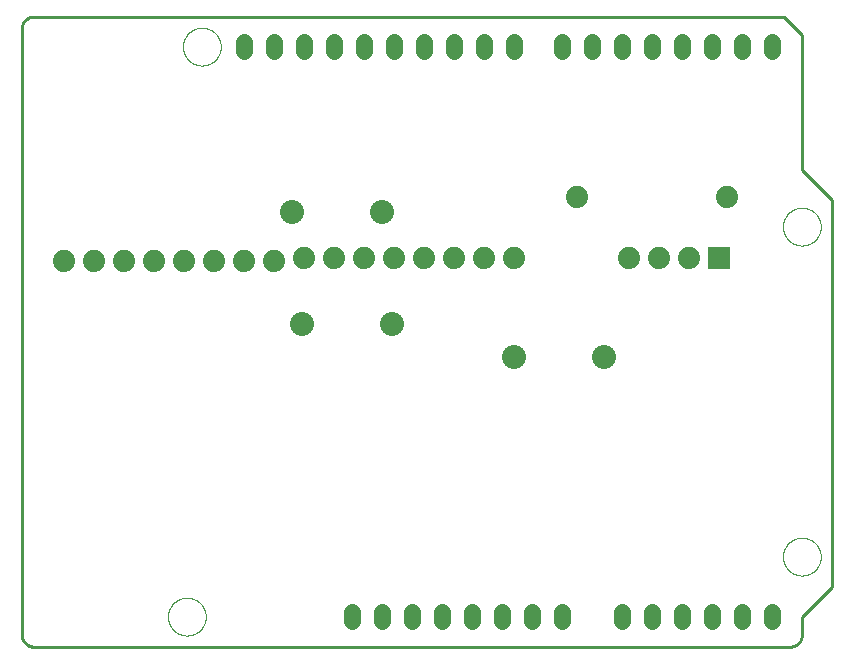
<source format=gtl>
G75*
%MOIN*%
%OFA0B0*%
%FSLAX25Y25*%
%IPPOS*%
%LPD*%
%AMOC8*
5,1,8,0,0,1.08239X$1,22.5*
%
%ADD10C,0.01000*%
%ADD11C,0.00000*%
%ADD12C,0.05600*%
%ADD13R,0.07400X0.07400*%
%ADD14C,0.07400*%
%ADD15C,0.08000*%
D10*
X0050379Y0009437D02*
X0050379Y0211563D01*
X0050381Y0211687D01*
X0050387Y0211810D01*
X0050396Y0211934D01*
X0050410Y0212056D01*
X0050427Y0212179D01*
X0050449Y0212301D01*
X0050474Y0212422D01*
X0050503Y0212542D01*
X0050535Y0212661D01*
X0050572Y0212780D01*
X0050612Y0212897D01*
X0050655Y0213012D01*
X0050703Y0213127D01*
X0050754Y0213239D01*
X0050808Y0213350D01*
X0050866Y0213460D01*
X0050927Y0213567D01*
X0050992Y0213673D01*
X0051060Y0213776D01*
X0051131Y0213877D01*
X0051205Y0213976D01*
X0051282Y0214073D01*
X0051363Y0214167D01*
X0051446Y0214258D01*
X0051532Y0214347D01*
X0051621Y0214433D01*
X0051712Y0214516D01*
X0051806Y0214597D01*
X0051903Y0214674D01*
X0052002Y0214748D01*
X0052103Y0214819D01*
X0052206Y0214887D01*
X0052312Y0214952D01*
X0052419Y0215013D01*
X0052529Y0215071D01*
X0052640Y0215125D01*
X0052752Y0215176D01*
X0052867Y0215224D01*
X0052982Y0215267D01*
X0053099Y0215307D01*
X0053218Y0215344D01*
X0053337Y0215376D01*
X0053457Y0215405D01*
X0053578Y0215430D01*
X0053700Y0215452D01*
X0053823Y0215469D01*
X0053945Y0215483D01*
X0054069Y0215492D01*
X0054192Y0215498D01*
X0054316Y0215500D01*
X0304379Y0215500D01*
X0310379Y0209500D01*
X0310379Y0164500D01*
X0320379Y0154500D01*
X0320379Y0025500D01*
X0310379Y0015500D01*
X0310379Y0009437D01*
X0310377Y0009313D01*
X0310371Y0009190D01*
X0310362Y0009066D01*
X0310348Y0008944D01*
X0310331Y0008821D01*
X0310309Y0008699D01*
X0310284Y0008578D01*
X0310255Y0008458D01*
X0310223Y0008339D01*
X0310186Y0008220D01*
X0310146Y0008103D01*
X0310103Y0007988D01*
X0310055Y0007873D01*
X0310004Y0007761D01*
X0309950Y0007650D01*
X0309892Y0007540D01*
X0309831Y0007433D01*
X0309766Y0007327D01*
X0309698Y0007224D01*
X0309627Y0007123D01*
X0309553Y0007024D01*
X0309476Y0006927D01*
X0309395Y0006833D01*
X0309312Y0006742D01*
X0309226Y0006653D01*
X0309137Y0006567D01*
X0309046Y0006484D01*
X0308952Y0006403D01*
X0308855Y0006326D01*
X0308756Y0006252D01*
X0308655Y0006181D01*
X0308552Y0006113D01*
X0308446Y0006048D01*
X0308339Y0005987D01*
X0308229Y0005929D01*
X0308118Y0005875D01*
X0308006Y0005824D01*
X0307891Y0005776D01*
X0307776Y0005733D01*
X0307659Y0005693D01*
X0307540Y0005656D01*
X0307421Y0005624D01*
X0307301Y0005595D01*
X0307180Y0005570D01*
X0307058Y0005548D01*
X0306935Y0005531D01*
X0306813Y0005517D01*
X0306689Y0005508D01*
X0306566Y0005502D01*
X0306442Y0005500D01*
X0054316Y0005500D01*
X0054192Y0005502D01*
X0054069Y0005508D01*
X0053945Y0005517D01*
X0053823Y0005531D01*
X0053700Y0005548D01*
X0053578Y0005570D01*
X0053457Y0005595D01*
X0053337Y0005624D01*
X0053218Y0005656D01*
X0053099Y0005693D01*
X0052982Y0005733D01*
X0052867Y0005776D01*
X0052752Y0005824D01*
X0052640Y0005875D01*
X0052529Y0005929D01*
X0052419Y0005987D01*
X0052312Y0006048D01*
X0052206Y0006113D01*
X0052103Y0006181D01*
X0052002Y0006252D01*
X0051903Y0006326D01*
X0051806Y0006403D01*
X0051712Y0006484D01*
X0051621Y0006567D01*
X0051532Y0006653D01*
X0051446Y0006742D01*
X0051363Y0006833D01*
X0051282Y0006927D01*
X0051205Y0007024D01*
X0051131Y0007123D01*
X0051060Y0007224D01*
X0050992Y0007327D01*
X0050927Y0007433D01*
X0050866Y0007540D01*
X0050808Y0007650D01*
X0050754Y0007761D01*
X0050703Y0007873D01*
X0050655Y0007988D01*
X0050612Y0008103D01*
X0050572Y0008220D01*
X0050535Y0008339D01*
X0050503Y0008458D01*
X0050474Y0008578D01*
X0050449Y0008699D01*
X0050427Y0008821D01*
X0050410Y0008944D01*
X0050396Y0009066D01*
X0050387Y0009190D01*
X0050381Y0009313D01*
X0050379Y0009437D01*
D11*
X0099080Y0015500D02*
X0099082Y0015658D01*
X0099088Y0015816D01*
X0099098Y0015974D01*
X0099112Y0016132D01*
X0099130Y0016289D01*
X0099151Y0016446D01*
X0099177Y0016602D01*
X0099207Y0016758D01*
X0099240Y0016913D01*
X0099278Y0017066D01*
X0099319Y0017219D01*
X0099364Y0017371D01*
X0099413Y0017522D01*
X0099466Y0017671D01*
X0099522Y0017819D01*
X0099582Y0017965D01*
X0099646Y0018110D01*
X0099714Y0018253D01*
X0099785Y0018395D01*
X0099859Y0018535D01*
X0099937Y0018672D01*
X0100019Y0018808D01*
X0100103Y0018942D01*
X0100192Y0019073D01*
X0100283Y0019202D01*
X0100378Y0019329D01*
X0100475Y0019454D01*
X0100576Y0019576D01*
X0100680Y0019695D01*
X0100787Y0019812D01*
X0100897Y0019926D01*
X0101010Y0020037D01*
X0101125Y0020146D01*
X0101243Y0020251D01*
X0101364Y0020353D01*
X0101487Y0020453D01*
X0101613Y0020549D01*
X0101741Y0020642D01*
X0101871Y0020732D01*
X0102004Y0020818D01*
X0102139Y0020902D01*
X0102275Y0020981D01*
X0102414Y0021058D01*
X0102555Y0021130D01*
X0102697Y0021200D01*
X0102841Y0021265D01*
X0102987Y0021327D01*
X0103134Y0021385D01*
X0103283Y0021440D01*
X0103433Y0021491D01*
X0103584Y0021538D01*
X0103736Y0021581D01*
X0103889Y0021620D01*
X0104044Y0021656D01*
X0104199Y0021687D01*
X0104355Y0021715D01*
X0104511Y0021739D01*
X0104668Y0021759D01*
X0104826Y0021775D01*
X0104983Y0021787D01*
X0105142Y0021795D01*
X0105300Y0021799D01*
X0105458Y0021799D01*
X0105616Y0021795D01*
X0105775Y0021787D01*
X0105932Y0021775D01*
X0106090Y0021759D01*
X0106247Y0021739D01*
X0106403Y0021715D01*
X0106559Y0021687D01*
X0106714Y0021656D01*
X0106869Y0021620D01*
X0107022Y0021581D01*
X0107174Y0021538D01*
X0107325Y0021491D01*
X0107475Y0021440D01*
X0107624Y0021385D01*
X0107771Y0021327D01*
X0107917Y0021265D01*
X0108061Y0021200D01*
X0108203Y0021130D01*
X0108344Y0021058D01*
X0108483Y0020981D01*
X0108619Y0020902D01*
X0108754Y0020818D01*
X0108887Y0020732D01*
X0109017Y0020642D01*
X0109145Y0020549D01*
X0109271Y0020453D01*
X0109394Y0020353D01*
X0109515Y0020251D01*
X0109633Y0020146D01*
X0109748Y0020037D01*
X0109861Y0019926D01*
X0109971Y0019812D01*
X0110078Y0019695D01*
X0110182Y0019576D01*
X0110283Y0019454D01*
X0110380Y0019329D01*
X0110475Y0019202D01*
X0110566Y0019073D01*
X0110655Y0018942D01*
X0110739Y0018808D01*
X0110821Y0018672D01*
X0110899Y0018535D01*
X0110973Y0018395D01*
X0111044Y0018253D01*
X0111112Y0018110D01*
X0111176Y0017965D01*
X0111236Y0017819D01*
X0111292Y0017671D01*
X0111345Y0017522D01*
X0111394Y0017371D01*
X0111439Y0017219D01*
X0111480Y0017066D01*
X0111518Y0016913D01*
X0111551Y0016758D01*
X0111581Y0016602D01*
X0111607Y0016446D01*
X0111628Y0016289D01*
X0111646Y0016132D01*
X0111660Y0015974D01*
X0111670Y0015816D01*
X0111676Y0015658D01*
X0111678Y0015500D01*
X0111676Y0015342D01*
X0111670Y0015184D01*
X0111660Y0015026D01*
X0111646Y0014868D01*
X0111628Y0014711D01*
X0111607Y0014554D01*
X0111581Y0014398D01*
X0111551Y0014242D01*
X0111518Y0014087D01*
X0111480Y0013934D01*
X0111439Y0013781D01*
X0111394Y0013629D01*
X0111345Y0013478D01*
X0111292Y0013329D01*
X0111236Y0013181D01*
X0111176Y0013035D01*
X0111112Y0012890D01*
X0111044Y0012747D01*
X0110973Y0012605D01*
X0110899Y0012465D01*
X0110821Y0012328D01*
X0110739Y0012192D01*
X0110655Y0012058D01*
X0110566Y0011927D01*
X0110475Y0011798D01*
X0110380Y0011671D01*
X0110283Y0011546D01*
X0110182Y0011424D01*
X0110078Y0011305D01*
X0109971Y0011188D01*
X0109861Y0011074D01*
X0109748Y0010963D01*
X0109633Y0010854D01*
X0109515Y0010749D01*
X0109394Y0010647D01*
X0109271Y0010547D01*
X0109145Y0010451D01*
X0109017Y0010358D01*
X0108887Y0010268D01*
X0108754Y0010182D01*
X0108619Y0010098D01*
X0108483Y0010019D01*
X0108344Y0009942D01*
X0108203Y0009870D01*
X0108061Y0009800D01*
X0107917Y0009735D01*
X0107771Y0009673D01*
X0107624Y0009615D01*
X0107475Y0009560D01*
X0107325Y0009509D01*
X0107174Y0009462D01*
X0107022Y0009419D01*
X0106869Y0009380D01*
X0106714Y0009344D01*
X0106559Y0009313D01*
X0106403Y0009285D01*
X0106247Y0009261D01*
X0106090Y0009241D01*
X0105932Y0009225D01*
X0105775Y0009213D01*
X0105616Y0009205D01*
X0105458Y0009201D01*
X0105300Y0009201D01*
X0105142Y0009205D01*
X0104983Y0009213D01*
X0104826Y0009225D01*
X0104668Y0009241D01*
X0104511Y0009261D01*
X0104355Y0009285D01*
X0104199Y0009313D01*
X0104044Y0009344D01*
X0103889Y0009380D01*
X0103736Y0009419D01*
X0103584Y0009462D01*
X0103433Y0009509D01*
X0103283Y0009560D01*
X0103134Y0009615D01*
X0102987Y0009673D01*
X0102841Y0009735D01*
X0102697Y0009800D01*
X0102555Y0009870D01*
X0102414Y0009942D01*
X0102275Y0010019D01*
X0102139Y0010098D01*
X0102004Y0010182D01*
X0101871Y0010268D01*
X0101741Y0010358D01*
X0101613Y0010451D01*
X0101487Y0010547D01*
X0101364Y0010647D01*
X0101243Y0010749D01*
X0101125Y0010854D01*
X0101010Y0010963D01*
X0100897Y0011074D01*
X0100787Y0011188D01*
X0100680Y0011305D01*
X0100576Y0011424D01*
X0100475Y0011546D01*
X0100378Y0011671D01*
X0100283Y0011798D01*
X0100192Y0011927D01*
X0100103Y0012058D01*
X0100019Y0012192D01*
X0099937Y0012328D01*
X0099859Y0012465D01*
X0099785Y0012605D01*
X0099714Y0012747D01*
X0099646Y0012890D01*
X0099582Y0013035D01*
X0099522Y0013181D01*
X0099466Y0013329D01*
X0099413Y0013478D01*
X0099364Y0013629D01*
X0099319Y0013781D01*
X0099278Y0013934D01*
X0099240Y0014087D01*
X0099207Y0014242D01*
X0099177Y0014398D01*
X0099151Y0014554D01*
X0099130Y0014711D01*
X0099112Y0014868D01*
X0099098Y0015026D01*
X0099088Y0015184D01*
X0099082Y0015342D01*
X0099080Y0015500D01*
X0304080Y0035500D02*
X0304082Y0035658D01*
X0304088Y0035816D01*
X0304098Y0035974D01*
X0304112Y0036132D01*
X0304130Y0036289D01*
X0304151Y0036446D01*
X0304177Y0036602D01*
X0304207Y0036758D01*
X0304240Y0036913D01*
X0304278Y0037066D01*
X0304319Y0037219D01*
X0304364Y0037371D01*
X0304413Y0037522D01*
X0304466Y0037671D01*
X0304522Y0037819D01*
X0304582Y0037965D01*
X0304646Y0038110D01*
X0304714Y0038253D01*
X0304785Y0038395D01*
X0304859Y0038535D01*
X0304937Y0038672D01*
X0305019Y0038808D01*
X0305103Y0038942D01*
X0305192Y0039073D01*
X0305283Y0039202D01*
X0305378Y0039329D01*
X0305475Y0039454D01*
X0305576Y0039576D01*
X0305680Y0039695D01*
X0305787Y0039812D01*
X0305897Y0039926D01*
X0306010Y0040037D01*
X0306125Y0040146D01*
X0306243Y0040251D01*
X0306364Y0040353D01*
X0306487Y0040453D01*
X0306613Y0040549D01*
X0306741Y0040642D01*
X0306871Y0040732D01*
X0307004Y0040818D01*
X0307139Y0040902D01*
X0307275Y0040981D01*
X0307414Y0041058D01*
X0307555Y0041130D01*
X0307697Y0041200D01*
X0307841Y0041265D01*
X0307987Y0041327D01*
X0308134Y0041385D01*
X0308283Y0041440D01*
X0308433Y0041491D01*
X0308584Y0041538D01*
X0308736Y0041581D01*
X0308889Y0041620D01*
X0309044Y0041656D01*
X0309199Y0041687D01*
X0309355Y0041715D01*
X0309511Y0041739D01*
X0309668Y0041759D01*
X0309826Y0041775D01*
X0309983Y0041787D01*
X0310142Y0041795D01*
X0310300Y0041799D01*
X0310458Y0041799D01*
X0310616Y0041795D01*
X0310775Y0041787D01*
X0310932Y0041775D01*
X0311090Y0041759D01*
X0311247Y0041739D01*
X0311403Y0041715D01*
X0311559Y0041687D01*
X0311714Y0041656D01*
X0311869Y0041620D01*
X0312022Y0041581D01*
X0312174Y0041538D01*
X0312325Y0041491D01*
X0312475Y0041440D01*
X0312624Y0041385D01*
X0312771Y0041327D01*
X0312917Y0041265D01*
X0313061Y0041200D01*
X0313203Y0041130D01*
X0313344Y0041058D01*
X0313483Y0040981D01*
X0313619Y0040902D01*
X0313754Y0040818D01*
X0313887Y0040732D01*
X0314017Y0040642D01*
X0314145Y0040549D01*
X0314271Y0040453D01*
X0314394Y0040353D01*
X0314515Y0040251D01*
X0314633Y0040146D01*
X0314748Y0040037D01*
X0314861Y0039926D01*
X0314971Y0039812D01*
X0315078Y0039695D01*
X0315182Y0039576D01*
X0315283Y0039454D01*
X0315380Y0039329D01*
X0315475Y0039202D01*
X0315566Y0039073D01*
X0315655Y0038942D01*
X0315739Y0038808D01*
X0315821Y0038672D01*
X0315899Y0038535D01*
X0315973Y0038395D01*
X0316044Y0038253D01*
X0316112Y0038110D01*
X0316176Y0037965D01*
X0316236Y0037819D01*
X0316292Y0037671D01*
X0316345Y0037522D01*
X0316394Y0037371D01*
X0316439Y0037219D01*
X0316480Y0037066D01*
X0316518Y0036913D01*
X0316551Y0036758D01*
X0316581Y0036602D01*
X0316607Y0036446D01*
X0316628Y0036289D01*
X0316646Y0036132D01*
X0316660Y0035974D01*
X0316670Y0035816D01*
X0316676Y0035658D01*
X0316678Y0035500D01*
X0316676Y0035342D01*
X0316670Y0035184D01*
X0316660Y0035026D01*
X0316646Y0034868D01*
X0316628Y0034711D01*
X0316607Y0034554D01*
X0316581Y0034398D01*
X0316551Y0034242D01*
X0316518Y0034087D01*
X0316480Y0033934D01*
X0316439Y0033781D01*
X0316394Y0033629D01*
X0316345Y0033478D01*
X0316292Y0033329D01*
X0316236Y0033181D01*
X0316176Y0033035D01*
X0316112Y0032890D01*
X0316044Y0032747D01*
X0315973Y0032605D01*
X0315899Y0032465D01*
X0315821Y0032328D01*
X0315739Y0032192D01*
X0315655Y0032058D01*
X0315566Y0031927D01*
X0315475Y0031798D01*
X0315380Y0031671D01*
X0315283Y0031546D01*
X0315182Y0031424D01*
X0315078Y0031305D01*
X0314971Y0031188D01*
X0314861Y0031074D01*
X0314748Y0030963D01*
X0314633Y0030854D01*
X0314515Y0030749D01*
X0314394Y0030647D01*
X0314271Y0030547D01*
X0314145Y0030451D01*
X0314017Y0030358D01*
X0313887Y0030268D01*
X0313754Y0030182D01*
X0313619Y0030098D01*
X0313483Y0030019D01*
X0313344Y0029942D01*
X0313203Y0029870D01*
X0313061Y0029800D01*
X0312917Y0029735D01*
X0312771Y0029673D01*
X0312624Y0029615D01*
X0312475Y0029560D01*
X0312325Y0029509D01*
X0312174Y0029462D01*
X0312022Y0029419D01*
X0311869Y0029380D01*
X0311714Y0029344D01*
X0311559Y0029313D01*
X0311403Y0029285D01*
X0311247Y0029261D01*
X0311090Y0029241D01*
X0310932Y0029225D01*
X0310775Y0029213D01*
X0310616Y0029205D01*
X0310458Y0029201D01*
X0310300Y0029201D01*
X0310142Y0029205D01*
X0309983Y0029213D01*
X0309826Y0029225D01*
X0309668Y0029241D01*
X0309511Y0029261D01*
X0309355Y0029285D01*
X0309199Y0029313D01*
X0309044Y0029344D01*
X0308889Y0029380D01*
X0308736Y0029419D01*
X0308584Y0029462D01*
X0308433Y0029509D01*
X0308283Y0029560D01*
X0308134Y0029615D01*
X0307987Y0029673D01*
X0307841Y0029735D01*
X0307697Y0029800D01*
X0307555Y0029870D01*
X0307414Y0029942D01*
X0307275Y0030019D01*
X0307139Y0030098D01*
X0307004Y0030182D01*
X0306871Y0030268D01*
X0306741Y0030358D01*
X0306613Y0030451D01*
X0306487Y0030547D01*
X0306364Y0030647D01*
X0306243Y0030749D01*
X0306125Y0030854D01*
X0306010Y0030963D01*
X0305897Y0031074D01*
X0305787Y0031188D01*
X0305680Y0031305D01*
X0305576Y0031424D01*
X0305475Y0031546D01*
X0305378Y0031671D01*
X0305283Y0031798D01*
X0305192Y0031927D01*
X0305103Y0032058D01*
X0305019Y0032192D01*
X0304937Y0032328D01*
X0304859Y0032465D01*
X0304785Y0032605D01*
X0304714Y0032747D01*
X0304646Y0032890D01*
X0304582Y0033035D01*
X0304522Y0033181D01*
X0304466Y0033329D01*
X0304413Y0033478D01*
X0304364Y0033629D01*
X0304319Y0033781D01*
X0304278Y0033934D01*
X0304240Y0034087D01*
X0304207Y0034242D01*
X0304177Y0034398D01*
X0304151Y0034554D01*
X0304130Y0034711D01*
X0304112Y0034868D01*
X0304098Y0035026D01*
X0304088Y0035184D01*
X0304082Y0035342D01*
X0304080Y0035500D01*
X0304080Y0145500D02*
X0304082Y0145658D01*
X0304088Y0145816D01*
X0304098Y0145974D01*
X0304112Y0146132D01*
X0304130Y0146289D01*
X0304151Y0146446D01*
X0304177Y0146602D01*
X0304207Y0146758D01*
X0304240Y0146913D01*
X0304278Y0147066D01*
X0304319Y0147219D01*
X0304364Y0147371D01*
X0304413Y0147522D01*
X0304466Y0147671D01*
X0304522Y0147819D01*
X0304582Y0147965D01*
X0304646Y0148110D01*
X0304714Y0148253D01*
X0304785Y0148395D01*
X0304859Y0148535D01*
X0304937Y0148672D01*
X0305019Y0148808D01*
X0305103Y0148942D01*
X0305192Y0149073D01*
X0305283Y0149202D01*
X0305378Y0149329D01*
X0305475Y0149454D01*
X0305576Y0149576D01*
X0305680Y0149695D01*
X0305787Y0149812D01*
X0305897Y0149926D01*
X0306010Y0150037D01*
X0306125Y0150146D01*
X0306243Y0150251D01*
X0306364Y0150353D01*
X0306487Y0150453D01*
X0306613Y0150549D01*
X0306741Y0150642D01*
X0306871Y0150732D01*
X0307004Y0150818D01*
X0307139Y0150902D01*
X0307275Y0150981D01*
X0307414Y0151058D01*
X0307555Y0151130D01*
X0307697Y0151200D01*
X0307841Y0151265D01*
X0307987Y0151327D01*
X0308134Y0151385D01*
X0308283Y0151440D01*
X0308433Y0151491D01*
X0308584Y0151538D01*
X0308736Y0151581D01*
X0308889Y0151620D01*
X0309044Y0151656D01*
X0309199Y0151687D01*
X0309355Y0151715D01*
X0309511Y0151739D01*
X0309668Y0151759D01*
X0309826Y0151775D01*
X0309983Y0151787D01*
X0310142Y0151795D01*
X0310300Y0151799D01*
X0310458Y0151799D01*
X0310616Y0151795D01*
X0310775Y0151787D01*
X0310932Y0151775D01*
X0311090Y0151759D01*
X0311247Y0151739D01*
X0311403Y0151715D01*
X0311559Y0151687D01*
X0311714Y0151656D01*
X0311869Y0151620D01*
X0312022Y0151581D01*
X0312174Y0151538D01*
X0312325Y0151491D01*
X0312475Y0151440D01*
X0312624Y0151385D01*
X0312771Y0151327D01*
X0312917Y0151265D01*
X0313061Y0151200D01*
X0313203Y0151130D01*
X0313344Y0151058D01*
X0313483Y0150981D01*
X0313619Y0150902D01*
X0313754Y0150818D01*
X0313887Y0150732D01*
X0314017Y0150642D01*
X0314145Y0150549D01*
X0314271Y0150453D01*
X0314394Y0150353D01*
X0314515Y0150251D01*
X0314633Y0150146D01*
X0314748Y0150037D01*
X0314861Y0149926D01*
X0314971Y0149812D01*
X0315078Y0149695D01*
X0315182Y0149576D01*
X0315283Y0149454D01*
X0315380Y0149329D01*
X0315475Y0149202D01*
X0315566Y0149073D01*
X0315655Y0148942D01*
X0315739Y0148808D01*
X0315821Y0148672D01*
X0315899Y0148535D01*
X0315973Y0148395D01*
X0316044Y0148253D01*
X0316112Y0148110D01*
X0316176Y0147965D01*
X0316236Y0147819D01*
X0316292Y0147671D01*
X0316345Y0147522D01*
X0316394Y0147371D01*
X0316439Y0147219D01*
X0316480Y0147066D01*
X0316518Y0146913D01*
X0316551Y0146758D01*
X0316581Y0146602D01*
X0316607Y0146446D01*
X0316628Y0146289D01*
X0316646Y0146132D01*
X0316660Y0145974D01*
X0316670Y0145816D01*
X0316676Y0145658D01*
X0316678Y0145500D01*
X0316676Y0145342D01*
X0316670Y0145184D01*
X0316660Y0145026D01*
X0316646Y0144868D01*
X0316628Y0144711D01*
X0316607Y0144554D01*
X0316581Y0144398D01*
X0316551Y0144242D01*
X0316518Y0144087D01*
X0316480Y0143934D01*
X0316439Y0143781D01*
X0316394Y0143629D01*
X0316345Y0143478D01*
X0316292Y0143329D01*
X0316236Y0143181D01*
X0316176Y0143035D01*
X0316112Y0142890D01*
X0316044Y0142747D01*
X0315973Y0142605D01*
X0315899Y0142465D01*
X0315821Y0142328D01*
X0315739Y0142192D01*
X0315655Y0142058D01*
X0315566Y0141927D01*
X0315475Y0141798D01*
X0315380Y0141671D01*
X0315283Y0141546D01*
X0315182Y0141424D01*
X0315078Y0141305D01*
X0314971Y0141188D01*
X0314861Y0141074D01*
X0314748Y0140963D01*
X0314633Y0140854D01*
X0314515Y0140749D01*
X0314394Y0140647D01*
X0314271Y0140547D01*
X0314145Y0140451D01*
X0314017Y0140358D01*
X0313887Y0140268D01*
X0313754Y0140182D01*
X0313619Y0140098D01*
X0313483Y0140019D01*
X0313344Y0139942D01*
X0313203Y0139870D01*
X0313061Y0139800D01*
X0312917Y0139735D01*
X0312771Y0139673D01*
X0312624Y0139615D01*
X0312475Y0139560D01*
X0312325Y0139509D01*
X0312174Y0139462D01*
X0312022Y0139419D01*
X0311869Y0139380D01*
X0311714Y0139344D01*
X0311559Y0139313D01*
X0311403Y0139285D01*
X0311247Y0139261D01*
X0311090Y0139241D01*
X0310932Y0139225D01*
X0310775Y0139213D01*
X0310616Y0139205D01*
X0310458Y0139201D01*
X0310300Y0139201D01*
X0310142Y0139205D01*
X0309983Y0139213D01*
X0309826Y0139225D01*
X0309668Y0139241D01*
X0309511Y0139261D01*
X0309355Y0139285D01*
X0309199Y0139313D01*
X0309044Y0139344D01*
X0308889Y0139380D01*
X0308736Y0139419D01*
X0308584Y0139462D01*
X0308433Y0139509D01*
X0308283Y0139560D01*
X0308134Y0139615D01*
X0307987Y0139673D01*
X0307841Y0139735D01*
X0307697Y0139800D01*
X0307555Y0139870D01*
X0307414Y0139942D01*
X0307275Y0140019D01*
X0307139Y0140098D01*
X0307004Y0140182D01*
X0306871Y0140268D01*
X0306741Y0140358D01*
X0306613Y0140451D01*
X0306487Y0140547D01*
X0306364Y0140647D01*
X0306243Y0140749D01*
X0306125Y0140854D01*
X0306010Y0140963D01*
X0305897Y0141074D01*
X0305787Y0141188D01*
X0305680Y0141305D01*
X0305576Y0141424D01*
X0305475Y0141546D01*
X0305378Y0141671D01*
X0305283Y0141798D01*
X0305192Y0141927D01*
X0305103Y0142058D01*
X0305019Y0142192D01*
X0304937Y0142328D01*
X0304859Y0142465D01*
X0304785Y0142605D01*
X0304714Y0142747D01*
X0304646Y0142890D01*
X0304582Y0143035D01*
X0304522Y0143181D01*
X0304466Y0143329D01*
X0304413Y0143478D01*
X0304364Y0143629D01*
X0304319Y0143781D01*
X0304278Y0143934D01*
X0304240Y0144087D01*
X0304207Y0144242D01*
X0304177Y0144398D01*
X0304151Y0144554D01*
X0304130Y0144711D01*
X0304112Y0144868D01*
X0304098Y0145026D01*
X0304088Y0145184D01*
X0304082Y0145342D01*
X0304080Y0145500D01*
X0104080Y0205500D02*
X0104082Y0205658D01*
X0104088Y0205816D01*
X0104098Y0205974D01*
X0104112Y0206132D01*
X0104130Y0206289D01*
X0104151Y0206446D01*
X0104177Y0206602D01*
X0104207Y0206758D01*
X0104240Y0206913D01*
X0104278Y0207066D01*
X0104319Y0207219D01*
X0104364Y0207371D01*
X0104413Y0207522D01*
X0104466Y0207671D01*
X0104522Y0207819D01*
X0104582Y0207965D01*
X0104646Y0208110D01*
X0104714Y0208253D01*
X0104785Y0208395D01*
X0104859Y0208535D01*
X0104937Y0208672D01*
X0105019Y0208808D01*
X0105103Y0208942D01*
X0105192Y0209073D01*
X0105283Y0209202D01*
X0105378Y0209329D01*
X0105475Y0209454D01*
X0105576Y0209576D01*
X0105680Y0209695D01*
X0105787Y0209812D01*
X0105897Y0209926D01*
X0106010Y0210037D01*
X0106125Y0210146D01*
X0106243Y0210251D01*
X0106364Y0210353D01*
X0106487Y0210453D01*
X0106613Y0210549D01*
X0106741Y0210642D01*
X0106871Y0210732D01*
X0107004Y0210818D01*
X0107139Y0210902D01*
X0107275Y0210981D01*
X0107414Y0211058D01*
X0107555Y0211130D01*
X0107697Y0211200D01*
X0107841Y0211265D01*
X0107987Y0211327D01*
X0108134Y0211385D01*
X0108283Y0211440D01*
X0108433Y0211491D01*
X0108584Y0211538D01*
X0108736Y0211581D01*
X0108889Y0211620D01*
X0109044Y0211656D01*
X0109199Y0211687D01*
X0109355Y0211715D01*
X0109511Y0211739D01*
X0109668Y0211759D01*
X0109826Y0211775D01*
X0109983Y0211787D01*
X0110142Y0211795D01*
X0110300Y0211799D01*
X0110458Y0211799D01*
X0110616Y0211795D01*
X0110775Y0211787D01*
X0110932Y0211775D01*
X0111090Y0211759D01*
X0111247Y0211739D01*
X0111403Y0211715D01*
X0111559Y0211687D01*
X0111714Y0211656D01*
X0111869Y0211620D01*
X0112022Y0211581D01*
X0112174Y0211538D01*
X0112325Y0211491D01*
X0112475Y0211440D01*
X0112624Y0211385D01*
X0112771Y0211327D01*
X0112917Y0211265D01*
X0113061Y0211200D01*
X0113203Y0211130D01*
X0113344Y0211058D01*
X0113483Y0210981D01*
X0113619Y0210902D01*
X0113754Y0210818D01*
X0113887Y0210732D01*
X0114017Y0210642D01*
X0114145Y0210549D01*
X0114271Y0210453D01*
X0114394Y0210353D01*
X0114515Y0210251D01*
X0114633Y0210146D01*
X0114748Y0210037D01*
X0114861Y0209926D01*
X0114971Y0209812D01*
X0115078Y0209695D01*
X0115182Y0209576D01*
X0115283Y0209454D01*
X0115380Y0209329D01*
X0115475Y0209202D01*
X0115566Y0209073D01*
X0115655Y0208942D01*
X0115739Y0208808D01*
X0115821Y0208672D01*
X0115899Y0208535D01*
X0115973Y0208395D01*
X0116044Y0208253D01*
X0116112Y0208110D01*
X0116176Y0207965D01*
X0116236Y0207819D01*
X0116292Y0207671D01*
X0116345Y0207522D01*
X0116394Y0207371D01*
X0116439Y0207219D01*
X0116480Y0207066D01*
X0116518Y0206913D01*
X0116551Y0206758D01*
X0116581Y0206602D01*
X0116607Y0206446D01*
X0116628Y0206289D01*
X0116646Y0206132D01*
X0116660Y0205974D01*
X0116670Y0205816D01*
X0116676Y0205658D01*
X0116678Y0205500D01*
X0116676Y0205342D01*
X0116670Y0205184D01*
X0116660Y0205026D01*
X0116646Y0204868D01*
X0116628Y0204711D01*
X0116607Y0204554D01*
X0116581Y0204398D01*
X0116551Y0204242D01*
X0116518Y0204087D01*
X0116480Y0203934D01*
X0116439Y0203781D01*
X0116394Y0203629D01*
X0116345Y0203478D01*
X0116292Y0203329D01*
X0116236Y0203181D01*
X0116176Y0203035D01*
X0116112Y0202890D01*
X0116044Y0202747D01*
X0115973Y0202605D01*
X0115899Y0202465D01*
X0115821Y0202328D01*
X0115739Y0202192D01*
X0115655Y0202058D01*
X0115566Y0201927D01*
X0115475Y0201798D01*
X0115380Y0201671D01*
X0115283Y0201546D01*
X0115182Y0201424D01*
X0115078Y0201305D01*
X0114971Y0201188D01*
X0114861Y0201074D01*
X0114748Y0200963D01*
X0114633Y0200854D01*
X0114515Y0200749D01*
X0114394Y0200647D01*
X0114271Y0200547D01*
X0114145Y0200451D01*
X0114017Y0200358D01*
X0113887Y0200268D01*
X0113754Y0200182D01*
X0113619Y0200098D01*
X0113483Y0200019D01*
X0113344Y0199942D01*
X0113203Y0199870D01*
X0113061Y0199800D01*
X0112917Y0199735D01*
X0112771Y0199673D01*
X0112624Y0199615D01*
X0112475Y0199560D01*
X0112325Y0199509D01*
X0112174Y0199462D01*
X0112022Y0199419D01*
X0111869Y0199380D01*
X0111714Y0199344D01*
X0111559Y0199313D01*
X0111403Y0199285D01*
X0111247Y0199261D01*
X0111090Y0199241D01*
X0110932Y0199225D01*
X0110775Y0199213D01*
X0110616Y0199205D01*
X0110458Y0199201D01*
X0110300Y0199201D01*
X0110142Y0199205D01*
X0109983Y0199213D01*
X0109826Y0199225D01*
X0109668Y0199241D01*
X0109511Y0199261D01*
X0109355Y0199285D01*
X0109199Y0199313D01*
X0109044Y0199344D01*
X0108889Y0199380D01*
X0108736Y0199419D01*
X0108584Y0199462D01*
X0108433Y0199509D01*
X0108283Y0199560D01*
X0108134Y0199615D01*
X0107987Y0199673D01*
X0107841Y0199735D01*
X0107697Y0199800D01*
X0107555Y0199870D01*
X0107414Y0199942D01*
X0107275Y0200019D01*
X0107139Y0200098D01*
X0107004Y0200182D01*
X0106871Y0200268D01*
X0106741Y0200358D01*
X0106613Y0200451D01*
X0106487Y0200547D01*
X0106364Y0200647D01*
X0106243Y0200749D01*
X0106125Y0200854D01*
X0106010Y0200963D01*
X0105897Y0201074D01*
X0105787Y0201188D01*
X0105680Y0201305D01*
X0105576Y0201424D01*
X0105475Y0201546D01*
X0105378Y0201671D01*
X0105283Y0201798D01*
X0105192Y0201927D01*
X0105103Y0202058D01*
X0105019Y0202192D01*
X0104937Y0202328D01*
X0104859Y0202465D01*
X0104785Y0202605D01*
X0104714Y0202747D01*
X0104646Y0202890D01*
X0104582Y0203035D01*
X0104522Y0203181D01*
X0104466Y0203329D01*
X0104413Y0203478D01*
X0104364Y0203629D01*
X0104319Y0203781D01*
X0104278Y0203934D01*
X0104240Y0204087D01*
X0104207Y0204242D01*
X0104177Y0204398D01*
X0104151Y0204554D01*
X0104130Y0204711D01*
X0104112Y0204868D01*
X0104098Y0205026D01*
X0104088Y0205184D01*
X0104082Y0205342D01*
X0104080Y0205500D01*
D12*
X0124379Y0206900D02*
X0124379Y0204100D01*
X0134379Y0204100D02*
X0134379Y0206900D01*
X0144379Y0206900D02*
X0144379Y0204100D01*
X0154379Y0204100D02*
X0154379Y0206900D01*
X0164379Y0206900D02*
X0164379Y0204100D01*
X0174379Y0204100D02*
X0174379Y0206900D01*
X0184379Y0206900D02*
X0184379Y0204100D01*
X0194379Y0204100D02*
X0194379Y0206900D01*
X0204379Y0206900D02*
X0204379Y0204100D01*
X0214379Y0204100D02*
X0214379Y0206900D01*
X0230379Y0206900D02*
X0230379Y0204100D01*
X0240379Y0204100D02*
X0240379Y0206900D01*
X0250379Y0206900D02*
X0250379Y0204100D01*
X0260379Y0204100D02*
X0260379Y0206900D01*
X0270379Y0206900D02*
X0270379Y0204100D01*
X0280379Y0204100D02*
X0280379Y0206900D01*
X0290379Y0206900D02*
X0290379Y0204100D01*
X0300379Y0204100D02*
X0300379Y0206900D01*
X0300379Y0016900D02*
X0300379Y0014100D01*
X0290379Y0014100D02*
X0290379Y0016900D01*
X0280379Y0016900D02*
X0280379Y0014100D01*
X0270379Y0014100D02*
X0270379Y0016900D01*
X0260379Y0016900D02*
X0260379Y0014100D01*
X0250379Y0014100D02*
X0250379Y0016900D01*
X0230379Y0016900D02*
X0230379Y0014100D01*
X0220379Y0014100D02*
X0220379Y0016900D01*
X0210379Y0016900D02*
X0210379Y0014100D01*
X0200379Y0014100D02*
X0200379Y0016900D01*
X0190379Y0016900D02*
X0190379Y0014100D01*
X0180379Y0014100D02*
X0180379Y0016900D01*
X0170379Y0016900D02*
X0170379Y0014100D01*
X0160379Y0014100D02*
X0160379Y0016900D01*
D13*
X0282879Y0135000D03*
D14*
X0272879Y0135000D03*
X0262879Y0135000D03*
X0252879Y0135000D03*
X0235379Y0155500D03*
X0214379Y0135000D03*
X0204379Y0135000D03*
X0194379Y0135000D03*
X0184379Y0135000D03*
X0174379Y0135000D03*
X0164379Y0135000D03*
X0154379Y0135000D03*
X0144379Y0135000D03*
X0134379Y0134000D03*
X0124379Y0134000D03*
X0114379Y0134000D03*
X0104379Y0134000D03*
X0094379Y0134000D03*
X0084379Y0134000D03*
X0074379Y0134000D03*
X0064379Y0134000D03*
X0285379Y0155500D03*
D15*
X0244379Y0102000D03*
X0214379Y0102000D03*
X0173879Y0113000D03*
X0143879Y0113000D03*
X0140379Y0150500D03*
X0170379Y0150500D03*
M02*

</source>
